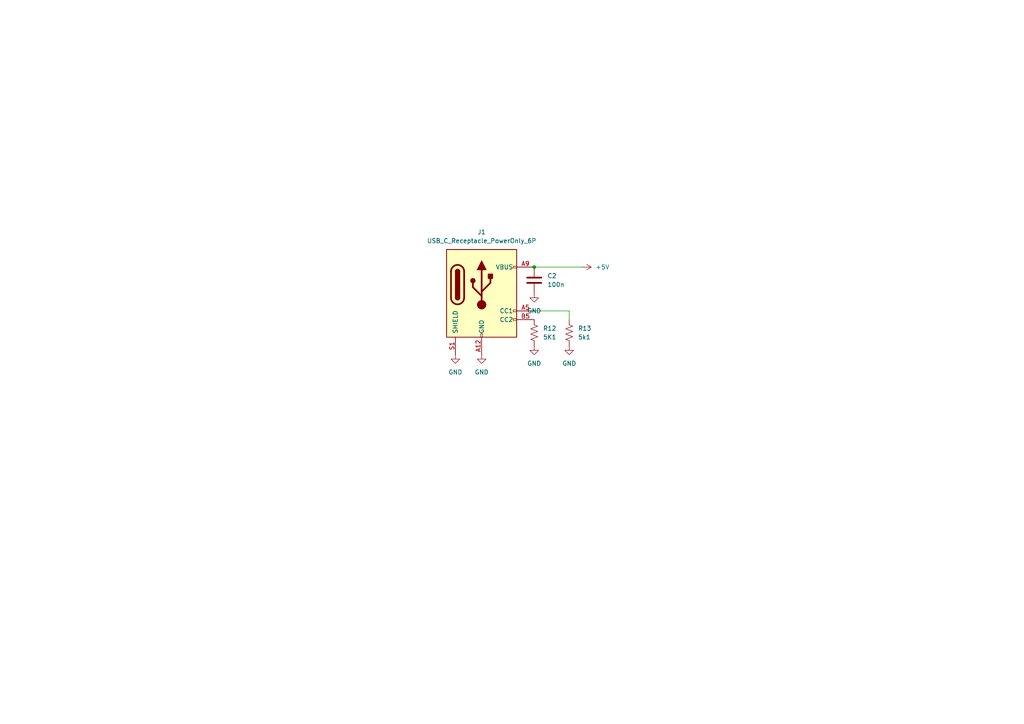
<source format=kicad_sch>
(kicad_sch
	(version 20250114)
	(generator "eeschema")
	(generator_version "9.0")
	(uuid "b5a93c28-270e-4d44-a4df-5a2de1184382")
	(paper "A4")
	(lib_symbols
		(symbol "Connector:USB_C_Receptacle_PowerOnly_6P"
			(pin_names
				(offset 1.016)
			)
			(exclude_from_sim no)
			(in_bom yes)
			(on_board yes)
			(property "Reference" "J"
				(at 0 16.51 0)
				(effects
					(font
						(size 1.27 1.27)
					)
					(justify bottom)
				)
			)
			(property "Value" "USB_C_Receptacle_PowerOnly_6P"
				(at 0 13.97 0)
				(effects
					(font
						(size 1.27 1.27)
					)
					(justify bottom)
				)
			)
			(property "Footprint" ""
				(at 3.81 2.54 0)
				(effects
					(font
						(size 1.27 1.27)
					)
					(hide yes)
				)
			)
			(property "Datasheet" "https://www.usb.org/sites/default/files/documents/usb_type-c.zip"
				(at 0 0 0)
				(effects
					(font
						(size 1.27 1.27)
					)
					(hide yes)
				)
			)
			(property "Description" "USB Power-Only 6P Type-C Receptacle connector"
				(at 0 0 0)
				(effects
					(font
						(size 1.27 1.27)
					)
					(hide yes)
				)
			)
			(property "ki_keywords" "usb universal serial bus type-C power-only charging-only 6P 6C"
				(at 0 0 0)
				(effects
					(font
						(size 1.27 1.27)
					)
					(hide yes)
				)
			)
			(property "ki_fp_filters" "USB*C*Receptacle*"
				(at 0 0 0)
				(effects
					(font
						(size 1.27 1.27)
					)
					(hide yes)
				)
			)
			(symbol "USB_C_Receptacle_PowerOnly_6P_0_0"
				(rectangle
					(start -0.254 -12.7)
					(end 0.254 -11.684)
					(stroke
						(width 0)
						(type default)
					)
					(fill
						(type none)
					)
				)
				(rectangle
					(start 10.16 7.874)
					(end 9.144 7.366)
					(stroke
						(width 0)
						(type default)
					)
					(fill
						(type none)
					)
				)
				(rectangle
					(start 10.16 -4.826)
					(end 9.144 -5.334)
					(stroke
						(width 0)
						(type default)
					)
					(fill
						(type none)
					)
				)
				(rectangle
					(start 10.16 -7.366)
					(end 9.144 -7.874)
					(stroke
						(width 0)
						(type default)
					)
					(fill
						(type none)
					)
				)
			)
			(symbol "USB_C_Receptacle_PowerOnly_6P_0_1"
				(rectangle
					(start -10.16 12.7)
					(end 10.16 -12.7)
					(stroke
						(width 0.254)
						(type default)
					)
					(fill
						(type background)
					)
				)
				(polyline
					(pts
						(xy -8.89 -1.27) (xy -8.89 6.35)
					)
					(stroke
						(width 0.508)
						(type default)
					)
					(fill
						(type none)
					)
				)
				(rectangle
					(start -7.62 -1.27)
					(end -6.35 6.35)
					(stroke
						(width 0.254)
						(type default)
					)
					(fill
						(type outline)
					)
				)
				(arc
					(start -7.62 6.35)
					(mid -6.985 6.9823)
					(end -6.35 6.35)
					(stroke
						(width 0.254)
						(type default)
					)
					(fill
						(type none)
					)
				)
				(arc
					(start -7.62 6.35)
					(mid -6.985 6.9823)
					(end -6.35 6.35)
					(stroke
						(width 0.254)
						(type default)
					)
					(fill
						(type outline)
					)
				)
				(arc
					(start -8.89 6.35)
					(mid -6.985 8.2467)
					(end -5.08 6.35)
					(stroke
						(width 0.508)
						(type default)
					)
					(fill
						(type none)
					)
				)
				(arc
					(start -5.08 -1.27)
					(mid -6.985 -3.1667)
					(end -8.89 -1.27)
					(stroke
						(width 0.508)
						(type default)
					)
					(fill
						(type none)
					)
				)
				(arc
					(start -6.35 -1.27)
					(mid -6.985 -1.9023)
					(end -7.62 -1.27)
					(stroke
						(width 0.254)
						(type default)
					)
					(fill
						(type none)
					)
				)
				(arc
					(start -6.35 -1.27)
					(mid -6.985 -1.9023)
					(end -7.62 -1.27)
					(stroke
						(width 0.254)
						(type default)
					)
					(fill
						(type outline)
					)
				)
				(polyline
					(pts
						(xy -5.08 6.35) (xy -5.08 -1.27)
					)
					(stroke
						(width 0.508)
						(type default)
					)
					(fill
						(type none)
					)
				)
				(circle
					(center -2.54 3.683)
					(radius 0.635)
					(stroke
						(width 0.254)
						(type default)
					)
					(fill
						(type outline)
					)
				)
				(polyline
					(pts
						(xy -1.27 6.858) (xy 0 9.398) (xy 1.27 6.858) (xy -1.27 6.858)
					)
					(stroke
						(width 0.254)
						(type default)
					)
					(fill
						(type outline)
					)
				)
				(polyline
					(pts
						(xy 0 0.508) (xy 2.54 3.048) (xy 2.54 4.318)
					)
					(stroke
						(width 0.508)
						(type default)
					)
					(fill
						(type none)
					)
				)
				(polyline
					(pts
						(xy 0 -0.762) (xy -2.54 1.778) (xy -2.54 3.048)
					)
					(stroke
						(width 0.508)
						(type default)
					)
					(fill
						(type none)
					)
				)
				(polyline
					(pts
						(xy 0 -3.302) (xy 0 6.858)
					)
					(stroke
						(width 0.508)
						(type default)
					)
					(fill
						(type none)
					)
				)
				(circle
					(center 0 -3.302)
					(radius 1.27)
					(stroke
						(width 0)
						(type default)
					)
					(fill
						(type outline)
					)
				)
				(rectangle
					(start 1.905 4.318)
					(end 3.175 5.588)
					(stroke
						(width 0.254)
						(type default)
					)
					(fill
						(type outline)
					)
				)
			)
			(symbol "USB_C_Receptacle_PowerOnly_6P_1_1"
				(pin passive line
					(at -7.62 -17.78 90)
					(length 5.08)
					(name "SHIELD"
						(effects
							(font
								(size 1.27 1.27)
							)
						)
					)
					(number "S1"
						(effects
							(font
								(size 1.27 1.27)
							)
						)
					)
				)
				(pin passive line
					(at 0 -17.78 90)
					(length 5.08)
					(name "GND"
						(effects
							(font
								(size 1.27 1.27)
							)
						)
					)
					(number "A12"
						(effects
							(font
								(size 1.27 1.27)
							)
						)
					)
				)
				(pin passive line
					(at 0 -17.78 90)
					(length 5.08)
					(hide yes)
					(name "GND"
						(effects
							(font
								(size 1.27 1.27)
							)
						)
					)
					(number "B12"
						(effects
							(font
								(size 1.27 1.27)
							)
						)
					)
				)
				(pin passive line
					(at 15.24 7.62 180)
					(length 5.08)
					(name "VBUS"
						(effects
							(font
								(size 1.27 1.27)
							)
						)
					)
					(number "A9"
						(effects
							(font
								(size 1.27 1.27)
							)
						)
					)
				)
				(pin passive line
					(at 15.24 7.62 180)
					(length 5.08)
					(hide yes)
					(name "VBUS"
						(effects
							(font
								(size 1.27 1.27)
							)
						)
					)
					(number "B9"
						(effects
							(font
								(size 1.27 1.27)
							)
						)
					)
				)
				(pin bidirectional line
					(at 15.24 -5.08 180)
					(length 5.08)
					(name "CC1"
						(effects
							(font
								(size 1.27 1.27)
							)
						)
					)
					(number "A5"
						(effects
							(font
								(size 1.27 1.27)
							)
						)
					)
				)
				(pin bidirectional line
					(at 15.24 -7.62 180)
					(length 5.08)
					(name "CC2"
						(effects
							(font
								(size 1.27 1.27)
							)
						)
					)
					(number "B5"
						(effects
							(font
								(size 1.27 1.27)
							)
						)
					)
				)
			)
			(embedded_fonts no)
		)
		(symbol "Device:C"
			(pin_numbers
				(hide yes)
			)
			(pin_names
				(offset 0.254)
			)
			(exclude_from_sim no)
			(in_bom yes)
			(on_board yes)
			(property "Reference" "C"
				(at 0.635 2.54 0)
				(effects
					(font
						(size 1.27 1.27)
					)
					(justify left)
				)
			)
			(property "Value" "C"
				(at 0.635 -2.54 0)
				(effects
					(font
						(size 1.27 1.27)
					)
					(justify left)
				)
			)
			(property "Footprint" ""
				(at 0.9652 -3.81 0)
				(effects
					(font
						(size 1.27 1.27)
					)
					(hide yes)
				)
			)
			(property "Datasheet" "~"
				(at 0 0 0)
				(effects
					(font
						(size 1.27 1.27)
					)
					(hide yes)
				)
			)
			(property "Description" "Unpolarized capacitor"
				(at 0 0 0)
				(effects
					(font
						(size 1.27 1.27)
					)
					(hide yes)
				)
			)
			(property "ki_keywords" "cap capacitor"
				(at 0 0 0)
				(effects
					(font
						(size 1.27 1.27)
					)
					(hide yes)
				)
			)
			(property "ki_fp_filters" "C_*"
				(at 0 0 0)
				(effects
					(font
						(size 1.27 1.27)
					)
					(hide yes)
				)
			)
			(symbol "C_0_1"
				(polyline
					(pts
						(xy -2.032 0.762) (xy 2.032 0.762)
					)
					(stroke
						(width 0.508)
						(type default)
					)
					(fill
						(type none)
					)
				)
				(polyline
					(pts
						(xy -2.032 -0.762) (xy 2.032 -0.762)
					)
					(stroke
						(width 0.508)
						(type default)
					)
					(fill
						(type none)
					)
				)
			)
			(symbol "C_1_1"
				(pin passive line
					(at 0 3.81 270)
					(length 2.794)
					(name "~"
						(effects
							(font
								(size 1.27 1.27)
							)
						)
					)
					(number "1"
						(effects
							(font
								(size 1.27 1.27)
							)
						)
					)
				)
				(pin passive line
					(at 0 -3.81 90)
					(length 2.794)
					(name "~"
						(effects
							(font
								(size 1.27 1.27)
							)
						)
					)
					(number "2"
						(effects
							(font
								(size 1.27 1.27)
							)
						)
					)
				)
			)
			(embedded_fonts no)
		)
		(symbol "Device:R_US"
			(pin_numbers
				(hide yes)
			)
			(pin_names
				(offset 0)
			)
			(exclude_from_sim no)
			(in_bom yes)
			(on_board yes)
			(property "Reference" "R"
				(at 2.54 0 90)
				(effects
					(font
						(size 1.27 1.27)
					)
				)
			)
			(property "Value" "R_US"
				(at -2.54 0 90)
				(effects
					(font
						(size 1.27 1.27)
					)
				)
			)
			(property "Footprint" ""
				(at 1.016 -0.254 90)
				(effects
					(font
						(size 1.27 1.27)
					)
					(hide yes)
				)
			)
			(property "Datasheet" "~"
				(at 0 0 0)
				(effects
					(font
						(size 1.27 1.27)
					)
					(hide yes)
				)
			)
			(property "Description" "Resistor, US symbol"
				(at 0 0 0)
				(effects
					(font
						(size 1.27 1.27)
					)
					(hide yes)
				)
			)
			(property "ki_keywords" "R res resistor"
				(at 0 0 0)
				(effects
					(font
						(size 1.27 1.27)
					)
					(hide yes)
				)
			)
			(property "ki_fp_filters" "R_*"
				(at 0 0 0)
				(effects
					(font
						(size 1.27 1.27)
					)
					(hide yes)
				)
			)
			(symbol "R_US_0_1"
				(polyline
					(pts
						(xy 0 2.286) (xy 0 2.54)
					)
					(stroke
						(width 0)
						(type default)
					)
					(fill
						(type none)
					)
				)
				(polyline
					(pts
						(xy 0 2.286) (xy 1.016 1.905) (xy 0 1.524) (xy -1.016 1.143) (xy 0 0.762)
					)
					(stroke
						(width 0)
						(type default)
					)
					(fill
						(type none)
					)
				)
				(polyline
					(pts
						(xy 0 0.762) (xy 1.016 0.381) (xy 0 0) (xy -1.016 -0.381) (xy 0 -0.762)
					)
					(stroke
						(width 0)
						(type default)
					)
					(fill
						(type none)
					)
				)
				(polyline
					(pts
						(xy 0 -0.762) (xy 1.016 -1.143) (xy 0 -1.524) (xy -1.016 -1.905) (xy 0 -2.286)
					)
					(stroke
						(width 0)
						(type default)
					)
					(fill
						(type none)
					)
				)
				(polyline
					(pts
						(xy 0 -2.286) (xy 0 -2.54)
					)
					(stroke
						(width 0)
						(type default)
					)
					(fill
						(type none)
					)
				)
			)
			(symbol "R_US_1_1"
				(pin passive line
					(at 0 3.81 270)
					(length 1.27)
					(name "~"
						(effects
							(font
								(size 1.27 1.27)
							)
						)
					)
					(number "1"
						(effects
							(font
								(size 1.27 1.27)
							)
						)
					)
				)
				(pin passive line
					(at 0 -3.81 90)
					(length 1.27)
					(name "~"
						(effects
							(font
								(size 1.27 1.27)
							)
						)
					)
					(number "2"
						(effects
							(font
								(size 1.27 1.27)
							)
						)
					)
				)
			)
			(embedded_fonts no)
		)
		(symbol "power:+5V"
			(power)
			(pin_numbers
				(hide yes)
			)
			(pin_names
				(offset 0)
				(hide yes)
			)
			(exclude_from_sim no)
			(in_bom yes)
			(on_board yes)
			(property "Reference" "#PWR"
				(at 0 -3.81 0)
				(effects
					(font
						(size 1.27 1.27)
					)
					(hide yes)
				)
			)
			(property "Value" "+5V"
				(at 0 3.556 0)
				(effects
					(font
						(size 1.27 1.27)
					)
				)
			)
			(property "Footprint" ""
				(at 0 0 0)
				(effects
					(font
						(size 1.27 1.27)
					)
					(hide yes)
				)
			)
			(property "Datasheet" ""
				(at 0 0 0)
				(effects
					(font
						(size 1.27 1.27)
					)
					(hide yes)
				)
			)
			(property "Description" "Power symbol creates a global label with name \"+5V\""
				(at 0 0 0)
				(effects
					(font
						(size 1.27 1.27)
					)
					(hide yes)
				)
			)
			(property "ki_keywords" "global power"
				(at 0 0 0)
				(effects
					(font
						(size 1.27 1.27)
					)
					(hide yes)
				)
			)
			(symbol "+5V_0_1"
				(polyline
					(pts
						(xy -0.762 1.27) (xy 0 2.54)
					)
					(stroke
						(width 0)
						(type default)
					)
					(fill
						(type none)
					)
				)
				(polyline
					(pts
						(xy 0 2.54) (xy 0.762 1.27)
					)
					(stroke
						(width 0)
						(type default)
					)
					(fill
						(type none)
					)
				)
				(polyline
					(pts
						(xy 0 0) (xy 0 2.54)
					)
					(stroke
						(width 0)
						(type default)
					)
					(fill
						(type none)
					)
				)
			)
			(symbol "+5V_1_1"
				(pin power_in line
					(at 0 0 90)
					(length 0)
					(name "~"
						(effects
							(font
								(size 1.27 1.27)
							)
						)
					)
					(number "1"
						(effects
							(font
								(size 1.27 1.27)
							)
						)
					)
				)
			)
			(embedded_fonts no)
		)
		(symbol "power:GND"
			(power)
			(pin_numbers
				(hide yes)
			)
			(pin_names
				(offset 0)
				(hide yes)
			)
			(exclude_from_sim no)
			(in_bom yes)
			(on_board yes)
			(property "Reference" "#PWR"
				(at 0 -6.35 0)
				(effects
					(font
						(size 1.27 1.27)
					)
					(hide yes)
				)
			)
			(property "Value" "GND"
				(at 0 -3.81 0)
				(effects
					(font
						(size 1.27 1.27)
					)
				)
			)
			(property "Footprint" ""
				(at 0 0 0)
				(effects
					(font
						(size 1.27 1.27)
					)
					(hide yes)
				)
			)
			(property "Datasheet" ""
				(at 0 0 0)
				(effects
					(font
						(size 1.27 1.27)
					)
					(hide yes)
				)
			)
			(property "Description" "Power symbol creates a global label with name \"GND\" , ground"
				(at 0 0 0)
				(effects
					(font
						(size 1.27 1.27)
					)
					(hide yes)
				)
			)
			(property "ki_keywords" "global power"
				(at 0 0 0)
				(effects
					(font
						(size 1.27 1.27)
					)
					(hide yes)
				)
			)
			(symbol "GND_0_1"
				(polyline
					(pts
						(xy 0 0) (xy 0 -1.27) (xy 1.27 -1.27) (xy 0 -2.54) (xy -1.27 -1.27) (xy 0 -1.27)
					)
					(stroke
						(width 0)
						(type default)
					)
					(fill
						(type none)
					)
				)
			)
			(symbol "GND_1_1"
				(pin power_in line
					(at 0 0 270)
					(length 0)
					(name "~"
						(effects
							(font
								(size 1.27 1.27)
							)
						)
					)
					(number "1"
						(effects
							(font
								(size 1.27 1.27)
							)
						)
					)
				)
			)
			(embedded_fonts no)
		)
	)
	(junction
		(at 154.94 77.47)
		(diameter 0)
		(color 0 0 0 0)
		(uuid "b52ee2db-3210-42c5-8d96-01caeb40fdc9")
	)
	(wire
		(pts
			(xy 154.94 90.17) (xy 165.1 90.17)
		)
		(stroke
			(width 0)
			(type default)
		)
		(uuid "752366cf-67ae-4c15-839c-d2ae387fe28a")
	)
	(wire
		(pts
			(xy 154.94 77.47) (xy 168.91 77.47)
		)
		(stroke
			(width 0)
			(type default)
		)
		(uuid "cd889cd1-5c36-4ad7-847a-828c9dbf22e6")
	)
	(wire
		(pts
			(xy 165.1 90.17) (xy 165.1 92.71)
		)
		(stroke
			(width 0)
			(type default)
		)
		(uuid "ecfc41fa-a59c-4e48-a08a-d24c5b7a9035")
	)
	(symbol
		(lib_id "Device:R_US")
		(at 165.1 96.52 0)
		(unit 1)
		(exclude_from_sim no)
		(in_bom yes)
		(on_board yes)
		(dnp no)
		(fields_autoplaced yes)
		(uuid "1f8a284f-31da-4484-98ee-fa3248861454")
		(property "Reference" "R13"
			(at 167.64 95.2499 0)
			(effects
				(font
					(size 1.27 1.27)
				)
				(justify left)
			)
		)
		(property "Value" "5k1"
			(at 167.64 97.7899 0)
			(effects
				(font
					(size 1.27 1.27)
				)
				(justify left)
			)
		)
		(property "Footprint" "Resistor_SMD:R_0805_2012Metric_Pad1.20x1.40mm_HandSolder"
			(at 166.116 96.774 90)
			(effects
				(font
					(size 1.27 1.27)
				)
				(hide yes)
			)
		)
		(property "Datasheet" "~"
			(at 165.1 96.52 0)
			(effects
				(font
					(size 1.27 1.27)
				)
				(hide yes)
			)
		)
		(property "Description" "Resistor, US symbol"
			(at 165.1 96.52 0)
			(effects
				(font
					(size 1.27 1.27)
				)
				(hide yes)
			)
		)
		(pin "2"
			(uuid "4f269329-a5f8-4ce4-bc1d-e1ea4771c299")
		)
		(pin "1"
			(uuid "487d003f-b763-4221-b89b-2954f2beadc0")
		)
		(instances
			(project "SeedSigner-Plus"
				(path "/8c9c54c8-0cfa-43ef-b1ba-3cda1bca877f/dd2ceaf9-87b1-40a7-9ece-7767bfc1c03a"
					(reference "R13")
					(unit 1)
				)
			)
		)
	)
	(symbol
		(lib_id "Connector:USB_C_Receptacle_PowerOnly_6P")
		(at 139.7 85.09 0)
		(unit 1)
		(exclude_from_sim no)
		(in_bom yes)
		(on_board yes)
		(dnp no)
		(fields_autoplaced yes)
		(uuid "373bd568-f86b-44e7-9be3-c02ec17dd673")
		(property "Reference" "J1"
			(at 139.7 67.31 0)
			(effects
				(font
					(size 1.27 1.27)
				)
			)
		)
		(property "Value" "USB_C_Receptacle_PowerOnly_6P"
			(at 139.7 69.85 0)
			(effects
				(font
					(size 1.27 1.27)
				)
			)
		)
		(property "Footprint" "Connector_USB:USB_C_Receptacle_HRO_TYPE-C-31-M-17"
			(at 143.51 82.55 0)
			(effects
				(font
					(size 1.27 1.27)
				)
				(hide yes)
			)
		)
		(property "Datasheet" "https://www.usb.org/sites/default/files/documents/usb_type-c.zip"
			(at 139.7 85.09 0)
			(effects
				(font
					(size 1.27 1.27)
				)
				(hide yes)
			)
		)
		(property "Description" "USB Power-Only 6P Type-C Receptacle connector"
			(at 139.7 85.09 0)
			(effects
				(font
					(size 1.27 1.27)
				)
				(hide yes)
			)
		)
		(pin "B5"
			(uuid "64f9d283-97f4-4075-8366-a7bce2196f7b")
		)
		(pin "A5"
			(uuid "45793d93-1673-474b-8aab-2f79e02c4f5c")
		)
		(pin "A9"
			(uuid "c92646dd-29cd-4158-99cd-859852efb70c")
		)
		(pin "B12"
			(uuid "563fa7d0-4e01-4ea2-9d51-85676c9c91bf")
		)
		(pin "S1"
			(uuid "f03b1bbf-d79d-4f49-bc13-7f6f225b0df7")
		)
		(pin "A12"
			(uuid "0ad9bc6b-839c-4ba2-9720-ce133c10fd9d")
		)
		(pin "B9"
			(uuid "e3ebda8f-24a9-4958-a0d0-4f12b72b7920")
		)
		(instances
			(project "SeedSigner-Plus"
				(path "/8c9c54c8-0cfa-43ef-b1ba-3cda1bca877f/dd2ceaf9-87b1-40a7-9ece-7767bfc1c03a"
					(reference "J1")
					(unit 1)
				)
			)
		)
	)
	(symbol
		(lib_id "Device:R_US")
		(at 154.94 96.52 0)
		(unit 1)
		(exclude_from_sim no)
		(in_bom yes)
		(on_board yes)
		(dnp no)
		(fields_autoplaced yes)
		(uuid "3d129fd9-3f10-48d4-a9ed-8d87e60b2b83")
		(property "Reference" "R12"
			(at 157.48 95.2499 0)
			(effects
				(font
					(size 1.27 1.27)
				)
				(justify left)
			)
		)
		(property "Value" "5K1"
			(at 157.48 97.7899 0)
			(effects
				(font
					(size 1.27 1.27)
				)
				(justify left)
			)
		)
		(property "Footprint" "Resistor_SMD:R_0805_2012Metric_Pad1.20x1.40mm_HandSolder"
			(at 155.956 96.774 90)
			(effects
				(font
					(size 1.27 1.27)
				)
				(hide yes)
			)
		)
		(property "Datasheet" "~"
			(at 154.94 96.52 0)
			(effects
				(font
					(size 1.27 1.27)
				)
				(hide yes)
			)
		)
		(property "Description" "Resistor, US symbol"
			(at 154.94 96.52 0)
			(effects
				(font
					(size 1.27 1.27)
				)
				(hide yes)
			)
		)
		(pin "2"
			(uuid "eac12223-dbf5-44f0-841a-ee9029a6b323")
		)
		(pin "1"
			(uuid "2590b156-1fd8-4d93-9a34-76452929ecdf")
		)
		(instances
			(project "SeedSigner-Plus"
				(path "/8c9c54c8-0cfa-43ef-b1ba-3cda1bca877f/dd2ceaf9-87b1-40a7-9ece-7767bfc1c03a"
					(reference "R12")
					(unit 1)
				)
			)
		)
	)
	(symbol
		(lib_id "power:GND")
		(at 165.1 100.33 0)
		(unit 1)
		(exclude_from_sim no)
		(in_bom yes)
		(on_board yes)
		(dnp no)
		(fields_autoplaced yes)
		(uuid "40387e98-8eaa-4755-b6d4-10d8c40a771b")
		(property "Reference" "#PWR02"
			(at 165.1 106.68 0)
			(effects
				(font
					(size 1.27 1.27)
				)
				(hide yes)
			)
		)
		(property "Value" "GND"
			(at 165.1 105.41 0)
			(effects
				(font
					(size 1.27 1.27)
				)
			)
		)
		(property "Footprint" ""
			(at 165.1 100.33 0)
			(effects
				(font
					(size 1.27 1.27)
				)
				(hide yes)
			)
		)
		(property "Datasheet" ""
			(at 165.1 100.33 0)
			(effects
				(font
					(size 1.27 1.27)
				)
				(hide yes)
			)
		)
		(property "Description" "Power symbol creates a global label with name \"GND\" , ground"
			(at 165.1 100.33 0)
			(effects
				(font
					(size 1.27 1.27)
				)
				(hide yes)
			)
		)
		(pin "1"
			(uuid "a910fd86-170f-411c-9133-91596ae8b088")
		)
		(instances
			(project "SeedSigner-Plus"
				(path "/8c9c54c8-0cfa-43ef-b1ba-3cda1bca877f/dd2ceaf9-87b1-40a7-9ece-7767bfc1c03a"
					(reference "#PWR02")
					(unit 1)
				)
			)
		)
	)
	(symbol
		(lib_id "power:GND")
		(at 154.94 100.33 0)
		(unit 1)
		(exclude_from_sim no)
		(in_bom yes)
		(on_board yes)
		(dnp no)
		(fields_autoplaced yes)
		(uuid "6d8da5f1-d7a2-4557-b917-2c3291b5ebba")
		(property "Reference" "#PWR01"
			(at 154.94 106.68 0)
			(effects
				(font
					(size 1.27 1.27)
				)
				(hide yes)
			)
		)
		(property "Value" "GND"
			(at 154.94 105.41 0)
			(effects
				(font
					(size 1.27 1.27)
				)
			)
		)
		(property "Footprint" ""
			(at 154.94 100.33 0)
			(effects
				(font
					(size 1.27 1.27)
				)
				(hide yes)
			)
		)
		(property "Datasheet" ""
			(at 154.94 100.33 0)
			(effects
				(font
					(size 1.27 1.27)
				)
				(hide yes)
			)
		)
		(property "Description" "Power symbol creates a global label with name \"GND\" , ground"
			(at 154.94 100.33 0)
			(effects
				(font
					(size 1.27 1.27)
				)
				(hide yes)
			)
		)
		(pin "1"
			(uuid "68bc1055-7ad1-4bb0-b197-68825693d50f")
		)
		(instances
			(project "SeedSigner-Plus"
				(path "/8c9c54c8-0cfa-43ef-b1ba-3cda1bca877f/dd2ceaf9-87b1-40a7-9ece-7767bfc1c03a"
					(reference "#PWR01")
					(unit 1)
				)
			)
		)
	)
	(symbol
		(lib_id "power:GND")
		(at 139.7 102.87 0)
		(unit 1)
		(exclude_from_sim no)
		(in_bom yes)
		(on_board yes)
		(dnp no)
		(fields_autoplaced yes)
		(uuid "72a62b97-e242-4d49-b629-576c985c6c26")
		(property "Reference" "#PWR03"
			(at 139.7 109.22 0)
			(effects
				(font
					(size 1.27 1.27)
				)
				(hide yes)
			)
		)
		(property "Value" "GND"
			(at 139.7 107.95 0)
			(effects
				(font
					(size 1.27 1.27)
				)
			)
		)
		(property "Footprint" ""
			(at 139.7 102.87 0)
			(effects
				(font
					(size 1.27 1.27)
				)
				(hide yes)
			)
		)
		(property "Datasheet" ""
			(at 139.7 102.87 0)
			(effects
				(font
					(size 1.27 1.27)
				)
				(hide yes)
			)
		)
		(property "Description" "Power symbol creates a global label with name \"GND\" , ground"
			(at 139.7 102.87 0)
			(effects
				(font
					(size 1.27 1.27)
				)
				(hide yes)
			)
		)
		(pin "1"
			(uuid "fccf88c6-6fee-4a6d-b136-be88717edbb8")
		)
		(instances
			(project "SeedSigner-Plus"
				(path "/8c9c54c8-0cfa-43ef-b1ba-3cda1bca877f/dd2ceaf9-87b1-40a7-9ece-7767bfc1c03a"
					(reference "#PWR03")
					(unit 1)
				)
			)
		)
	)
	(symbol
		(lib_id "power:+5V")
		(at 168.91 77.47 270)
		(unit 1)
		(exclude_from_sim no)
		(in_bom yes)
		(on_board yes)
		(dnp no)
		(fields_autoplaced yes)
		(uuid "a3db9417-35d1-4daa-9235-31d60fc3c838")
		(property "Reference" "#PWR014"
			(at 165.1 77.47 0)
			(effects
				(font
					(size 1.27 1.27)
				)
				(hide yes)
			)
		)
		(property "Value" "+5V"
			(at 172.72 77.4699 90)
			(effects
				(font
					(size 1.27 1.27)
				)
				(justify left)
			)
		)
		(property "Footprint" ""
			(at 168.91 77.47 0)
			(effects
				(font
					(size 1.27 1.27)
				)
				(hide yes)
			)
		)
		(property "Datasheet" ""
			(at 168.91 77.47 0)
			(effects
				(font
					(size 1.27 1.27)
				)
				(hide yes)
			)
		)
		(property "Description" "Power symbol creates a global label with name \"+5V\""
			(at 168.91 77.47 0)
			(effects
				(font
					(size 1.27 1.27)
				)
				(hide yes)
			)
		)
		(pin "1"
			(uuid "20fe19e0-0156-4487-b7ec-3e3821699aff")
		)
		(instances
			(project "SeedSigner-Plus"
				(path "/8c9c54c8-0cfa-43ef-b1ba-3cda1bca877f/dd2ceaf9-87b1-40a7-9ece-7767bfc1c03a"
					(reference "#PWR014")
					(unit 1)
				)
			)
		)
	)
	(symbol
		(lib_id "power:GND")
		(at 132.08 102.87 0)
		(unit 1)
		(exclude_from_sim no)
		(in_bom yes)
		(on_board yes)
		(dnp no)
		(fields_autoplaced yes)
		(uuid "c53bd321-38ee-4ca7-808f-947b1bfee6eb")
		(property "Reference" "#PWR04"
			(at 132.08 109.22 0)
			(effects
				(font
					(size 1.27 1.27)
				)
				(hide yes)
			)
		)
		(property "Value" "GND"
			(at 132.08 107.95 0)
			(effects
				(font
					(size 1.27 1.27)
				)
			)
		)
		(property "Footprint" ""
			(at 132.08 102.87 0)
			(effects
				(font
					(size 1.27 1.27)
				)
				(hide yes)
			)
		)
		(property "Datasheet" ""
			(at 132.08 102.87 0)
			(effects
				(font
					(size 1.27 1.27)
				)
				(hide yes)
			)
		)
		(property "Description" "Power symbol creates a global label with name \"GND\" , ground"
			(at 132.08 102.87 0)
			(effects
				(font
					(size 1.27 1.27)
				)
				(hide yes)
			)
		)
		(pin "1"
			(uuid "07bb4e27-c79c-446f-86c5-cfcd9755081f")
		)
		(instances
			(project "SeedSigner-Plus"
				(path "/8c9c54c8-0cfa-43ef-b1ba-3cda1bca877f/dd2ceaf9-87b1-40a7-9ece-7767bfc1c03a"
					(reference "#PWR04")
					(unit 1)
				)
			)
		)
	)
	(symbol
		(lib_id "Device:C")
		(at 154.94 81.28 0)
		(unit 1)
		(exclude_from_sim no)
		(in_bom yes)
		(on_board yes)
		(dnp no)
		(fields_autoplaced yes)
		(uuid "de9dbe4f-9892-4785-8c23-40c72d3ced57")
		(property "Reference" "C2"
			(at 158.75 80.0099 0)
			(effects
				(font
					(size 1.27 1.27)
				)
				(justify left)
			)
		)
		(property "Value" "100n"
			(at 158.75 82.5499 0)
			(effects
				(font
					(size 1.27 1.27)
				)
				(justify left)
			)
		)
		(property "Footprint" "Capacitor_SMD:C_0805_2012Metric_Pad1.18x1.45mm_HandSolder"
			(at 155.9052 85.09 0)
			(effects
				(font
					(size 1.27 1.27)
				)
				(hide yes)
			)
		)
		(property "Datasheet" "~"
			(at 154.94 81.28 0)
			(effects
				(font
					(size 1.27 1.27)
				)
				(hide yes)
			)
		)
		(property "Description" "Unpolarized capacitor"
			(at 154.94 81.28 0)
			(effects
				(font
					(size 1.27 1.27)
				)
				(hide yes)
			)
		)
		(pin "2"
			(uuid "550895af-eef1-4b42-ba59-0ba7fd84f597")
		)
		(pin "1"
			(uuid "e5c8f2df-d07c-42e8-bbc1-332156282894")
		)
		(instances
			(project "SeedSigner-Plus"
				(path "/8c9c54c8-0cfa-43ef-b1ba-3cda1bca877f/dd2ceaf9-87b1-40a7-9ece-7767bfc1c03a"
					(reference "C2")
					(unit 1)
				)
			)
		)
	)
	(symbol
		(lib_id "power:GND")
		(at 154.94 85.09 0)
		(unit 1)
		(exclude_from_sim no)
		(in_bom yes)
		(on_board yes)
		(dnp no)
		(fields_autoplaced yes)
		(uuid "f0c23748-66b1-4991-884d-33746c379899")
		(property "Reference" "#PWR016"
			(at 154.94 91.44 0)
			(effects
				(font
					(size 1.27 1.27)
				)
				(hide yes)
			)
		)
		(property "Value" "GND"
			(at 154.94 90.17 0)
			(effects
				(font
					(size 1.27 1.27)
				)
			)
		)
		(property "Footprint" ""
			(at 154.94 85.09 0)
			(effects
				(font
					(size 1.27 1.27)
				)
				(hide yes)
			)
		)
		(property "Datasheet" ""
			(at 154.94 85.09 0)
			(effects
				(font
					(size 1.27 1.27)
				)
				(hide yes)
			)
		)
		(property "Description" "Power symbol creates a global label with name \"GND\" , ground"
			(at 154.94 85.09 0)
			(effects
				(font
					(size 1.27 1.27)
				)
				(hide yes)
			)
		)
		(pin "1"
			(uuid "b62b0ae6-9deb-4806-b887-a7cd75693433")
		)
		(instances
			(project "SeedSigner-Plus"
				(path "/8c9c54c8-0cfa-43ef-b1ba-3cda1bca877f/dd2ceaf9-87b1-40a7-9ece-7767bfc1c03a"
					(reference "#PWR016")
					(unit 1)
				)
			)
		)
	)
)

</source>
